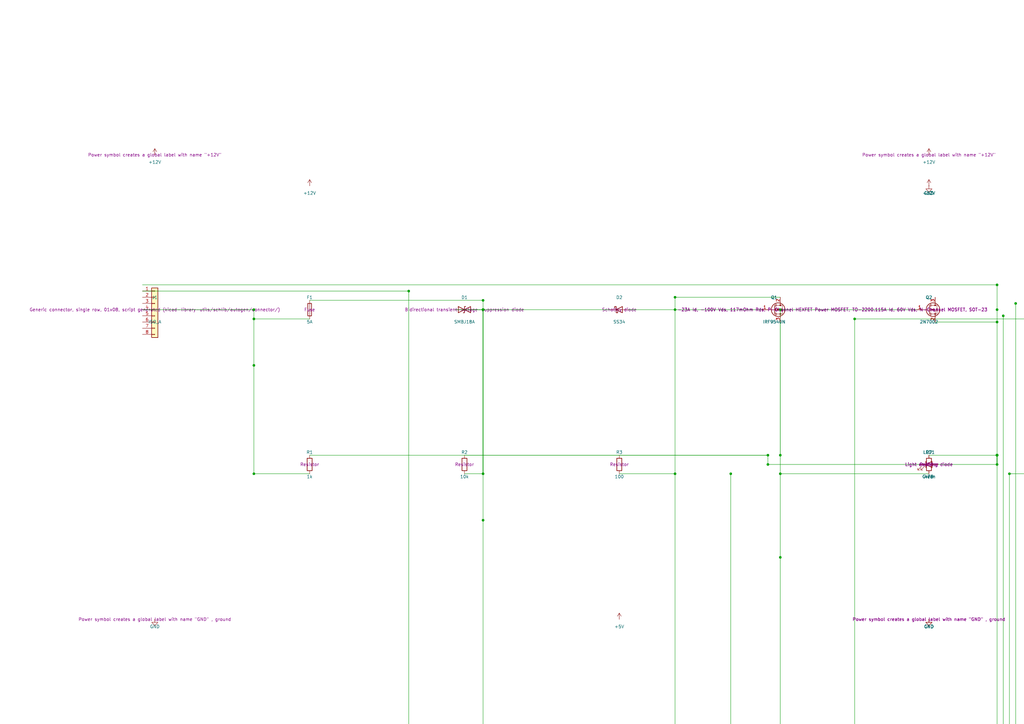
<source format=kicad_sch>
(kicad_sch (version 20250114) (generator "eeschema") (generator_version "9.0")
  (paper "A3")
  (title_block (title "WRX Power & CAN HAT") (date "2026-02-02T00:08:32.410828") (rev "1.0") (company "Auto-generated by Python"))
  (symbol (lib_id "Device:C") (at 635 190.5 0) (unit 1)
    (property "Reference" "C10" (at 635 185.5 0))
    (property "Value" "10uF" (at 635 195.5 0))
    (property "Description" "Unpolarized capacitor" (at 635 190.5 0))
  )
  (symbol (lib_id "Device:R") (at 254 381 0) (unit 1)
    (property "Reference" "R4" (at 254 376 0))
    (property "Value" "1.5k" (at 254 386 0))
    (property "Description" "Resistor" (at 254 381 0))
  )
  (symbol (lib_id "Device:R") (at 317.5 381 0) (unit 1)
    (property "Reference" "R5" (at 317.5 376 0))
    (property "Value" "1k" (at 317.5 386 0))
    (property "Description" "Resistor" (at 317.5 381 0))
  )
  (symbol (lib_id "Device:Crystal") (at 190.5 571.5 0) (unit 1)
    (property "Reference" "Y1" (at 190.5 566.5 0))
    (property "Value" "8MHz" (at 190.5 576.5 0))
    (property "Description" "Two pin crystal" (at 190.5 571.5 0))
  )
  (symbol (lib_id "Device:C") (at 698.5 762 0) (unit 1)
    (property "Reference" "C14" (at 698.5 757 0))
    (property "Value" "2.2uF" (at 698.5 767 0))
    (property "Description" "Unpolarized capacitor" (at 698.5 762 0))
  )
  (symbol (lib_id "Connector_Generic:Conn_01x16") (at 444.5 508 0) (unit 1)
    (property "Reference" "J3" (at 444.5 503 0))
    (property "Value" "OBD-II" (at 444.5 513 0))
    (property "Description" "Generic connector, single row, 01x16, script generated (kicad-library-utils/schlib/autogen/connector/)" (at 444.5 508 0))
  )
  (symbol (lib_id "Connector_Generic:Conn_01x02") (at 635 571.5 0) (unit 1)
    (property "Reference" "J6" (at 635 566.5 0))
    (property "Value" "FAN" (at 635 576.5 0))
    (property "Description" "Generic connector, single row, 01x02, script generated (kicad-library-utils/schlib/autogen/connector/)" (at 635 571.5 0))
  )
  (symbol (lib_id "Device:CP") (at 190.5 381 0) (unit 1)
    (property "Reference" "C?" (at 190.5 376 0))
    (property "Value" "220uF" (at 190.5 386 0))
  )
  (symbol (lib_id "Device:R") (at 635 381 0) (unit 1)
    (property "Reference" "R16" (at 635 376 0))
    (property "Value" "470" (at 635 386 0))
    (property "Description" "Resistor" (at 635 381 0))
  )
  (symbol (lib_id "Device:R") (at 381 508 0) (unit 1)
    (property "Reference" "R8" (at 381 503 0))
    (property "Value" "120" (at 381 513 0))
    (property "Description" "Resistor" (at 381 508 0))
  )
  (symbol (lib_id "Device:D") (at 635 508 0) (unit 1)
    (property "Reference" "D4" (at 635 503 0))
    (property "Value" "1N4148" (at 635 513 0))
    (property "Description" "Diode" (at 635 508 0))
    (property "Sim.Device" "D" (effects (hide yes)))
    (property "Sim.Pins" "1=K 2=A" (effects (hide yes)))
  )
  (symbol (lib_id "Device:C") (at 635 698.5 0) (unit 1)
    (property "Reference" "C11" (at 635 693.5 0))
    (property "Value" "1uF" (at 635 703.5 0))
    (property "Description" "Unpolarized capacitor" (at 635 698.5 0))
  )
  (symbol (lib_id "Connector:Screw_Terminal_01x02") (at 444.5 571.5 0) (unit 1)
    (property "Reference" "J4" (at 444.5 566.5 0))
    (property "Value" "CAN_Term" (at 444.5 576.5 0))
    (property "Description" "Generic screw terminal, single row, 01x02, script generated (kicad-library-utils/schlib/autogen/connector/)" (at 444.5 571.5 0))
  )
  (symbol (lib_id "Device:D_Schottky") (at 254 127 0) (unit 1)
    (property "Reference" "D2" (at 254 122 0))
    (property "Value" "SS34" (at 254 132 0))
    (property "Description" "Schottky diode" (at 254 127 0))
  )
  (symbol (lib_id "Device:C") (at 571.5 190.5 0) (unit 1)
    (property "Reference" "C8" (at 571.5 185.5 0))
    (property "Value" "100nF" (at 571.5 195.5 0))
    (property "Description" "Unpolarized capacitor" (at 571.5 190.5 0))
  )
  (symbol (lib_id "Device:C") (at 381 571.5 0) (unit 1)
    (property "Reference" "C6" (at 381 566.5 0))
    (property "Value" "22pF" (at 381 576.5 0))
    (property "Description" "Unpolarized capacitor" (at 381 571.5 0))
  )
  (symbol (lib_id "Device:C") (at 635 762 0) (unit 1)
    (property "Reference" "C12" (at 635 757 0))
    (property "Value" "2.2uF" (at 635 767 0))
    (property "Description" "Unpolarized capacitor" (at 635 762 0))
  )
  (symbol (lib_id "Device:CP") (at 317.5 190.5 0) (unit 1)
    (property "Reference" "C?" (at 317.5 185.5 0))
    (property "Value" "100uF" (at 317.5 195.5 0))
  )
  (symbol (lib_id "Device:L") (at 190.5 317.5 0) (unit 1)
    (property "Reference" "L1" (at 190.5 312.5 0))
    (property "Value" "33uH" (at 190.5 322.5 0))
    (property "Description" "Inductor" (at 190.5 317.5 0))
  )
  (symbol (lib_id "Connector_Generic:Conn_01x08") (at 63.5 127 0) (unit 1)
    (property "Reference" "J1" (at 63.5 122 0))
    (property "Value" "ISO_A" (at 63.5 132 0))
    (property "Description" "Generic connector, single row, 01x08, script generated (kicad-library-utils/schlib/autogen/connector/)" (at 63.5 127 0))
  )
  (symbol (lib_id "Regulator_Linear:AMS1117-3.3") (at 127 698.5 0) (unit 1)
    (property "Reference" "U2" (at 127 693.5 0))
    (property "Value" "AMS1117-3.3" (at 127 703.5 0))
    (property "Footprint" "Package_TO_SOT_SMD:SOT-223-3_TabPin2" (effects (hide yes)))
    (property "Datasheet" "http://www.advanced-monolithic.com/pdf/ds1117.pdf" (effects (hide yes)))
    (property "Description" "1A Low Dropout regulator, positive, 3.3V fixed output, SOT-223" (at 127 698.5 0))
  )
  (symbol (lib_id "power:+12V") (at 63.5 63.5 0) (unit 1)
    (property "Reference" "#PWR01" (effects (hide yes)))
    (property "Value" "+12V" (at 63.5 66.5 0))
    (property "Description" "Power symbol creates a global label with name \"+12V\"" (at 63.5 63.5 0))
  )
  (symbol (lib_id "power:GND") (at 698.5 254 0) (unit 1)
    (property "Reference" "#PWR07" (effects (hide yes)))
    (property "Value" "GND" (at 698.5 257 0))
    (property "Description" "Power symbol creates a global label with name \"GND\" , ground" (at 698.5 254 0))
  )
  (symbol (lib_id "Connector_Generic:Conn_02x20_Odd_Even") (at 381 698.5 0) (unit 1)
    (property "Reference" "J2" (at 381 693.5 0))
    (property "Value" "Pi_GPIO" (at 381 703.5 0))
    (property "Description" "Generic connector, double row, 02x20, odd/even pin numbering scheme (row 1 odd numbers, row 2 even numbers), script generated (kicad-library-utils/schlib/autogen/connector/)" (at 381 698.5 0))
  )
  (symbol (lib_id "Device:C") (at 254 698.5 0) (unit 1)
    (property "Reference" "C4" (at 254 693.5 0))
    (property "Value" "10uF" (at 254 703.5 0))
    (property "Description" "Unpolarized capacitor" (at 254 698.5 0))
  )
  (symbol (lib_id "Device:R") (at 571.5 825.5 0) (unit 1)
    (property "Reference" "R15" (at 571.5 820.5 0))
    (property "Value" "1k" (at 571.5 830.5 0))
    (property "Description" "Resistor" (at 571.5 825.5 0))
  )
  (symbol (lib_id "MCU_Microchip_ATtiny:ATtiny85-20PU") (at 444.5 317.5 0) (unit 1)
    (property "Reference" "U?" (at 444.5 312.5 0))
    (property "Value" "ATtiny85" (at 444.5 322.5 0))
  )
  (symbol (lib_id "Device:C") (at 444.5 381 0) (unit 1)
    (property "Reference" "C7" (at 444.5 376 0))
    (property "Value" "100nF" (at 444.5 386 0))
    (property "Description" "Unpolarized capacitor" (at 444.5 381 0))
  )
  (symbol (lib_id "power:+3.3V") (at 63.5 635 0) (unit 1)
    (property "Reference" "#PWR03" (effects (hide yes)))
    (property "Value" "+3.3V" (at 63.5 638 0))
    (property "Description" "Power symbol creates a global label with name \"+3.3V\"" (at 63.5 635 0))
  )
  (symbol (lib_id "Device:R") (at 698.5 825.5 0) (unit 1)
    (property "Reference" "R18" (at 698.5 820.5 0))
    (property "Value" "1k" (at 698.5 830.5 0))
    (property "Description" "Resistor" (at 698.5 825.5 0))
  )
  (symbol (lib_id "Device:R") (at 571.5 571.5 0) (unit 1)
    (property "Reference" "R14" (at 571.5 566.5 0))
    (property "Value" "1k" (at 571.5 576.5 0))
    (property "Description" "Resistor" (at 571.5 571.5 0))
  )
  (symbol (lib_id "Connector_Generic:Conn_01x03") (at 698.5 571.5 0) (unit 1)
    (property "Reference" "JP2" (at 698.5 566.5 0))
    (property "Value" "5V/12V" (at 698.5 576.5 0))
    (property "Description" "Generic connector, single row, 01x03, script generated (kicad-library-utils/schlib/autogen/connector/)" (at 698.5 571.5 0))
  )
  (symbol (lib_id "Isolator:LTV-817S") (at 444.5 127 0) (unit 1)
    (property "Reference" "U4" (at 444.5 122 0))
    (property "Value" "LTV-817S" (at 444.5 132 0))
    (property "Footprint" "Package_DIP:SMDIP-4_W9.53mm" (effects (hide yes)))
    (property "Datasheet" "http://www.us.liteon.com/downloads/LTV-817-827-847.PDF" (effects (hide yes)))
    (property "Description" "DC Optocoupler, Vce 35V, CTR 50%, SMDIP-4" (at 444.5 127 0))
  )
  (symbol (lib_id "Device:R") (at 317.5 508 0) (unit 1)
    (property "Reference" "R6" (at 317.5 503 0))
    (property "Value" "10k" (at 317.5 513 0))
    (property "Description" "Resistor" (at 317.5 508 0))
  )
  (symbol (lib_id "Device:R") (at 508 190.5 0) (unit 1)
    (property "Reference" "R11" (at 508 185.5 0))
    (property "Value" "10k" (at 508 195.5 0))
    (property "Description" "Resistor" (at 508 190.5 0))
  )
  (symbol (lib_id "Connector_Generic:Conn_01x02") (at 508 571.5 0) (unit 1)
    (property "Reference" "JP1" (at 508 566.5 0))
    (property "Value" "Jumper" (at 508 576.5 0))
    (property "Description" "Generic connector, single row, 01x02, script generated (kicad-library-utils/schlib/autogen/connector/)" (at 508 571.5 0))
  )
  (symbol (lib_id "Device:R") (at 571.5 381 0) (unit 1)
    (property "Reference" "R13" (at 571.5 376 0))
    (property "Value" "470" (at 571.5 386 0))
    (property "Description" "Resistor" (at 571.5 381 0))
  )
  (symbol (lib_id "Device:C") (at 190.5 698.5 0) (unit 1)
    (property "Reference" "C2" (at 190.5 693.5 0))
    (property "Value" "10uF" (at 190.5 703.5 0))
    (property "Description" "Unpolarized capacitor" (at 190.5 698.5 0))
  )
  (symbol (lib_id "Device:R") (at 635 825.5 0) (unit 1)
    (property "Reference" "R17" (at 635 820.5 0))
    (property "Value" "1k" (at 635 830.5 0))
    (property "Description" "Resistor" (at 635 825.5 0))
  )
  (symbol (lib_id "Device:R") (at 444.5 127 0) (unit 1)
    (property "Reference" "R9" (at 444.5 122 0))
    (property "Value" "10k" (at 444.5 132 0))
    (property "Description" "Resistor" (at 444.5 127 0))
  )
  (symbol (lib_id "Device:D_Schottky") (at 254 317.5 0) (unit 1)
    (property "Reference" "D3" (at 254 312.5 0))
    (property "Value" "SS54" (at 254 322.5 0))
    (property "Description" "Schottky diode" (at 254 317.5 0))
  )
  (symbol (lib_id "Regulator_Switching:LM2596S-5") (at 127 317.5 0) (unit 1)
    (property "Reference" "U1" (at 127 312.5 0))
    (property "Value" "LM2596S-5.0" (at 127 322.5 0))
    (property "Footprint" "Package_TO_SOT_SMD:TO-263-5_TabPin3" (effects (hide yes)))
    (property "Datasheet" "http://www.ti.com/lit/ds/symlink/lm2596.pdf" (effects (hide yes)))
    (property "Description" "5V 3A Step-Down Voltage Regulator, TO-263" (at 127 317.5 0))
  )
  (symbol (lib_id "Device:R") (at 508 381 0) (unit 1)
    (property "Reference" "R12" (at 508 376 0))
    (property "Value" "10k" (at 508 386 0))
    (property "Description" "Resistor" (at 508 381 0))
  )
  (symbol (lib_id "Connector_Generic:Conn_01x06") (at 825.5 762 0) (unit 1)
    (property "Reference" "J7" (at 825.5 757 0))
    (property "Value" "Audio" (at 825.5 767 0))
    (property "Description" "Generic connector, single row, 01x06, script generated (kicad-library-utils/schlib/autogen/connector/)" (at 825.5 762 0))
  )
  (symbol (lib_id "Device:C") (at 571.5 762 0) (unit 1)
    (property "Reference" "C9" (at 571.5 757 0))
    (property "Value" "2.2uF" (at 571.5 767 0))
    (property "Description" "Unpolarized capacitor" (at 571.5 762 0))
  )
  (symbol (lib_id "Connector_Generic:Conn_01x16") (at 571.5 698.5 0) (unit 1)
    (property "Reference" "U5" (at 571.5 693.5 0))
    (property "Value" "PCM5142" (at 571.5 703.5 0))
    (property "Description" "Generic connector, single row, 01x16, script generated (kicad-library-utils/schlib/autogen/connector/)" (at 571.5 698.5 0))
  )
  (symbol (lib_id "Transistor_FET:2N7002") (at 381 127 0) (unit 1)
    (property "Reference" "Q2" (at 381 122 0))
    (property "Value" "2N7002" (at 381 132 0))
    (property "Footprint" "Package_TO_SOT_SMD:SOT-23" (effects (hide yes)))
    (property "Datasheet" "https://www.onsemi.com/pub/Collateral/NDS7002A-D.PDF" (effects (hide yes)))
    (property "Description" "0.115A Id, 60V Vds, N-Channel MOSFET, SOT-23" (at 381 127 0))
  )
  (symbol (lib_id "power:GND") (at 63.5 254 0) (unit 1)
    (property "Reference" "#PWR02" (effects (hide yes)))
    (property "Value" "GND" (at 63.5 257 0))
    (property "Description" "Power symbol creates a global label with name \"GND\" , ground" (at 63.5 254 0))
  )
  (symbol (lib_id "Device:LED") (at 571.5 317.5 0) (unit 1)
    (property "Reference" "LED3" (at 571.5 312.5 0))
    (property "Value" "Yellow" (at 571.5 322.5 0))
    (property "Description" "Light emitting diode" (at 571.5 317.5 0))
    (property "Sim.Pins" "1=K 2=A" (effects (hide yes)))
  )
  (symbol (lib_id "Device:C") (at 254 571.5 0) (unit 1)
    (property "Reference" "C3" (at 254 566.5 0))
    (property "Value" "100nF" (at 254 576.5 0))
    (property "Description" "Unpolarized capacitor" (at 254 571.5 0))
  )
  (symbol (lib_id "Device:R") (at 444.5 190.5 0) (unit 1)
    (property "Reference" "R10" (at 444.5 185.5 0))
    (property "Value" "1k" (at 444.5 195.5 0))
    (property "Description" "Resistor" (at 444.5 190.5 0))
  )
  (symbol (lib_id "Device:R") (at 190.5 190.5 0) (unit 1)
    (property "Reference" "R2" (at 190.5 185.5 0))
    (property "Value" "10k" (at 190.5 195.5 0))
    (property "Description" "Resistor" (at 190.5 190.5 0))
  )
  (symbol (lib_id "Device:LED") (at 508 317.5 0) (unit 1)
    (property "Reference" "LED2" (at 508 312.5 0))
    (property "Value" "Red" (at 508 322.5 0))
    (property "Description" "Light emitting diode" (at 508 317.5 0))
    (property "Sim.Pins" "1=K 2=A" (effects (hide yes)))
  )
  (symbol (lib_id "Transistor_FET:2N7002") (at 571.5 508 0) (unit 1)
    (property "Reference" "Q3" (at 571.5 503 0))
    (property "Value" "2N7002" (at 571.5 513 0))
    (property "Footprint" "Package_TO_SOT_SMD:SOT-23" (effects (hide yes)))
    (property "Datasheet" "https://www.onsemi.com/pub/Collateral/NDS7002A-D.PDF" (effects (hide yes)))
    (property "Description" "0.115A Id, 60V Vds, N-Channel MOSFET, SOT-23" (at 571.5 508 0))
  )
  (symbol (lib_id "Device:LED") (at 381 190.5 0) (unit 1)
    (property "Reference" "LED1" (at 381 185.5 0))
    (property "Value" "Green" (at 381 195.5 0))
    (property "Description" "Light emitting diode" (at 381 190.5 0))
    (property "Sim.Pins" "1=K 2=A" (effects (hide yes)))
  )
  (symbol (lib_id "Interface_CAN_LIN:SN65HVD230") (at 254 508 0) (unit 1)
    (property "Reference" "U3" (at 254 503 0))
    (property "Value" "SN65HVD230" (at 254 513 0))
    (property "Footprint" "Package_SO:SOIC-8_3.9x4.9mm_P1.27mm" (effects (hide yes)))
    (property "Datasheet" "http://www.ti.com/lit/ds/symlink/sn65hvd230.pdf" (effects (hide yes)))
    (property "Description" "CAN Bus Transceivers, 3.3V, 1Mbps, Low-Power capabilities, SOIC-8" (at 254 508 0))
  )
  (symbol (lib_id "Device:R") (at 254 190.5 0) (unit 1)
    (property "Reference" "R3" (at 254 185.5 0))
    (property "Value" "100" (at 254 195.5 0))
    (property "Description" "Resistor" (at 254 190.5 0))
  )
  (symbol (lib_id "Device:C") (at 698.5 698.5 0) (unit 1)
    (property "Reference" "C13" (at 698.5 693.5 0))
    (property "Value" "1uF" (at 698.5 703.5 0))
    (property "Description" "Unpolarized capacitor" (at 698.5 698.5 0))
  )
  (symbol (lib_id "power:+5V") (at 381 444.5 0) (unit 1)
    (property "Reference" "#PWR06" (effects (hide yes)))
    (property "Value" "+5V" (at 381 447.5 0))
    (property "Description" "Power symbol creates a global label with name \"+5V\"" (at 381 444.5 0))
  )
  (symbol (lib_id "Device:C") (at 762 762 0) (unit 1)
    (property "Reference" "C15" (at 762 757 0))
    (property "Value" "2.2uF" (at 762 767 0))
    (property "Description" "Unpolarized capacitor" (at 762 762 0))
  )
  (symbol (lib_id "Device:R") (at 381 190.5 0) (unit 1)
    (property "Reference" "R7" (at 381 185.5 0))
    (property "Value" "470" (at 381 195.5 0))
    (property "Description" "Resistor" (at 381 190.5 0))
  )
  (symbol (lib_id "Connector_Generic:Conn_02x03_Odd_Even") (at 635 317.5 0) (unit 1)
    (property "Reference" "J5" (at 635 312.5 0))
    (property "Value" "ISP" (at 635 322.5 0))
    (property "Description" "Generic connector, double row, 02x03, odd/even pin numbering scheme (row 1 odd numbers, row 2 even numbers), script generated (kicad-library-utils/schlib/autogen/connector/)" (at 635 317.5 0))
  )
  (symbol (lib_id "Interface_CAN_LIN:MCP2515-I_SO") (at 127 508 0) (unit 1)
    (property "Reference" "U?" (at 127 503 0))
    (property "Value" "MCP2515" (at 127 513 0))
  )
  (symbol (lib_id "Device:C") (at 127 571.5 0) (unit 1)
    (property "Reference" "C1" (at 127 566.5 0))
    (property "Value" "100nF" (at 127 576.5 0))
    (property "Description" "Unpolarized capacitor" (at 127 571.5 0))
  )
  (symbol (lib_id "Device:R") (at 762 825.5 0) (unit 1)
    (property "Reference" "R19" (at 762 820.5 0))
    (property "Value" "1k" (at 762 830.5 0))
    (property "Description" "Resistor" (at 762 825.5 0))
  )
  (symbol (lib_id "Device:R") (at 127 190.5 0) (unit 1)
    (property "Reference" "R1" (at 127 185.5 0))
    (property "Value" "1k" (at 127 195.5 0))
    (property "Description" "Resistor" (at 127 190.5 0))
  )
  (symbol (lib_id "Device:D_TVS") (at 190.5 127 0) (unit 1)
    (property "Reference" "D1" (at 190.5 122 0))
    (property "Value" "SMBJ18A" (at 190.5 132 0))
    (property "Description" "Bidirectional transient-voltage-suppression diode" (at 190.5 127 0))
  )
  (symbol (lib_id "Device:Fuse") (at 127 127 0) (unit 1)
    (property "Reference" "F1" (at 127 122 0))
    (property "Value" "5A" (at 127 132 0))
    (property "Description" "Fuse" (at 127 127 0))
  )
  (symbol (lib_id "Device:C") (at 317.5 571.5 0) (unit 1)
    (property "Reference" "C5" (at 317.5 566.5 0))
    (property "Value" "22pF" (at 317.5 576.5 0))
    (property "Description" "Unpolarized capacitor" (at 317.5 571.5 0))
  )
  (symbol (lib_id "Transistor_FET:IRF9540N") (at 317.5 127 0) (unit 1)
    (property "Reference" "Q1" (at 317.5 122 0))
    (property "Value" "IRF9540N" (at 317.5 132 0))
    (property "Footprint" "Package_TO_SOT_THT:TO-220-3_Vertical" (effects (hide yes)))
    (property "Datasheet" "http://www.irf.com/product-info/datasheets/data/irf9540n.pdf" (effects (hide yes)))
    (property "Description" "-23A Id, -100V Vds, 117mOhm Rds, P-Channel HEXFET Power MOSFET, TO-220" (at 317.5 127 0))
  )
  (symbol (lib_id "power:+12V") (at 381 63.5 0) (unit 1)
    (property "Reference" "#PWR04" (effects (hide yes)))
    (property "Value" "+12V" (at 381 66.5 0))
    (property "Description" "Power symbol creates a global label with name \"+12V\"" (at 381 63.5 0))
  )
  (symbol (lib_id "power:GND") (at 381 254 0) (unit 1)
    (property "Reference" "#PWR05" (effects (hide yes)))
    (property "Value" "GND" (at 381 257 0))
    (property "Description" "Power symbol creates a global label with name \"GND\" , ground" (at 381 254 0))
  )
  (symbol (lib_id "Device:CP") (at 127 381 0) (unit 1)
    (property "Reference" "C?" (at 127 376 0))
    (property "Value" "100uF" (at 127 386 0))
  )
  (wire (pts (xy 58.42 127.0) (xy 104.14 127.0)))
  (wire (pts (xy 104.14 127.0) (xy 104.14 149.86)))
  (wire (pts (xy 127.0 130.81) (xy 104.14 130.81)))
  (wire (pts (xy 104.14 130.81) (xy 104.14 149.86)))
  (wire (pts (xy 127.0 194.31) (xy 104.14 194.31)))
  (wire (pts (xy 104.14 194.31) (xy 104.14 149.86)))
  (wire (pts (xy 58.42 119.38) (xy 167.64000000000001 119.38)))
  (wire (pts (xy 167.64000000000001 119.38) (xy 167.64000000000001 441.96)))
  (wire (pts (xy 127.0 690.88) (xy 167.64000000000001 690.88)))
  (wire (pts (xy 167.64000000000001 690.88) (xy 167.64000000000001 441.96)))
  (wire (pts (xy 317.5 511.81) (xy 167.64000000000001 511.81)))
  (wire (pts (xy 167.64000000000001 511.81) (xy 167.64000000000001 441.96)))
  (wire (pts (xy 58.42 116.84) (xy 408.94 116.84)))
  (wire (pts (xy 408.94 116.84) (xy 408.94 492.76)))
  (wire (pts (xy 194.31 127.0) (xy 408.94 127.0)))
  (wire (pts (xy 408.94 127.0) (xy 408.94 492.76)))
  (wire (pts (xy 127.0 186.69) (xy 408.94 186.69)))
  (wire (pts (xy 408.94 186.69) (xy 408.94 492.76)))
  (wire (pts (xy 127.0 567.69) (xy 408.94 567.69)))
  (wire (pts (xy 408.94 567.69) (xy 408.94 492.76)))
  (wire (pts (xy 384.81 190.5) (xy 408.94 190.5)))
  (wire (pts (xy 408.94 190.5) (xy 408.94 492.76)))
  (wire (pts (xy 127.0 309.88) (xy 408.94 309.88)))
  (wire (pts (xy 408.94 309.88) (xy 408.94 492.76)))
  (wire (pts (xy 250.19 317.5) (xy 408.94 317.5)))
  (wire (pts (xy 408.94 317.5) (xy 408.94 492.76)))
  (wire (pts (xy 190.5 694.69) (xy 408.94 694.69)))
  (wire (pts (xy 408.94 694.69) (xy 408.94 492.76)))
  (wire (pts (xy 254.0 567.69) (xy 408.94 567.69)))
  (wire (pts (xy 408.94 567.69) (xy 408.94 492.76)))
  (wire (pts (xy 317.5 377.19) (xy 408.94 377.19)))
  (wire (pts (xy 408.94 377.19) (xy 408.94 492.76)))
  (wire (pts (xy 134.62 698.5) (xy 408.94 698.5)))
  (wire (pts (xy 408.94 698.5) (xy 408.94 492.76)))
  (wire (pts (xy 119.38 698.5) (xy 408.94 698.5)))
  (wire (pts (xy 408.94 698.5) (xy 408.94 492.76)))
  (wire (pts (xy 254.0 694.69) (xy 408.94 694.69)))
  (wire (pts (xy 408.94 694.69) (xy 408.94 492.76)))
  (wire (pts (xy 317.5 567.69) (xy 408.94 567.69)))
  (wire (pts (xy 408.94 567.69) (xy 408.94 492.76)))
  (wire (pts (xy 243.84 508.0) (xy 408.94 508.0)))
  (wire (pts (xy 408.94 508.0) (xy 408.94 492.76)))
  (wire (pts (xy 381.0 567.69) (xy 408.94 567.69)))
  (wire (pts (xy 408.94 567.69) (xy 408.94 492.76)))
  (wire (pts (xy 511.81 317.5) (xy 408.94 317.5)))
  (wire (pts (xy 408.94 317.5) (xy 408.94 492.76)))
  (wire (pts (xy 575.31 317.5) (xy 408.94 317.5)))
  (wire (pts (xy 408.94 317.5) (xy 408.94 492.76)))
  (wire (pts (xy 439.42 513.08) (xy 408.94 513.08)))
  (wire (pts (xy 408.94 513.08) (xy 408.94 492.76)))
  (wire (pts (xy 383.54 132.08) (xy 408.94 132.08)))
  (wire (pts (xy 408.94 132.08) (xy 408.94 492.76)))
  (wire (pts (xy 508.0 186.69) (xy 408.94 186.69)))
  (wire (pts (xy 408.94 186.69) (xy 408.94 492.76)))
  (wire (pts (xy 566.42 713.74) (xy 408.94 713.74)))
  (wire (pts (xy 408.94 713.74) (xy 408.94 492.76)))
  (wire (pts (xy 444.5 377.19) (xy 408.94 377.19)))
  (wire (pts (xy 408.94 377.19) (xy 408.94 492.76)))
  (wire (pts (xy 571.5 186.69) (xy 408.94 186.69)))
  (wire (pts (xy 408.94 186.69) (xy 408.94 492.76)))
  (wire (pts (xy 571.5 758.19) (xy 408.94 758.19)))
  (wire (pts (xy 408.94 758.19) (xy 408.94 492.76)))
  (wire (pts (xy 635.0 186.69) (xy 408.94 186.69)))
  (wire (pts (xy 408.94 186.69) (xy 408.94 492.76)))
  (wire (pts (xy 574.04 513.08) (xy 408.94 513.08)))
  (wire (pts (xy 408.94 513.08) (xy 408.94 492.76)))
  (wire (pts (xy 635.0 694.69) (xy 408.94 694.69)))
  (wire (pts (xy 408.94 694.69) (xy 408.94 492.76)))
  (wire (pts (xy 635.0 758.19) (xy 408.94 758.19)))
  (wire (pts (xy 408.94 758.19) (xy 408.94 492.76)))
  (wire (pts (xy 388.62 716.28) (xy 408.94 716.28)))
  (wire (pts (xy 408.94 716.28) (xy 408.94 492.76)))
  (wire (pts (xy 375.92 711.2) (xy 408.94 711.2)))
  (wire (pts (xy 408.94 711.2) (xy 408.94 492.76)))
  (wire (pts (xy 698.5 694.69) (xy 408.94 694.69)))
  (wire (pts (xy 408.94 694.69) (xy 408.94 492.76)))
  (wire (pts (xy 698.5 758.19) (xy 408.94 758.19)))
  (wire (pts (xy 408.94 758.19) (xy 408.94 492.76)))
  (wire (pts (xy 820.42 756.92) (xy 408.94 756.92)))
  (wire (pts (xy 408.94 756.92) (xy 408.94 492.76)))
  (wire (pts (xy 820.42 754.38) (xy 408.94 754.38)))
  (wire (pts (xy 408.94 754.38) (xy 408.94 492.76)))
  (wire (pts (xy 127.0 123.19) (xy 198.12 123.19)))
  (wire (pts (xy 198.12 123.19) (xy 198.12 213.36)))
  (wire (pts (xy 186.69 127.0) (xy 198.12 127.0)))
  (wire (pts (xy 198.12 127.0) (xy 198.12 213.36)))
  (wire (pts (xy 250.19 127.0) (xy 198.12 127.0)))
  (wire (pts (xy 198.12 127.0) (xy 198.12 213.36)))
  (wire (pts (xy 312.42 127.0) (xy 198.12 127.0)))
  (wire (pts (xy 198.12 127.0) (xy 198.12 213.36)))
  (wire (pts (xy 190.5 194.31) (xy 198.12 194.31)))
  (wire (pts (xy 198.12 194.31) (xy 198.12 213.36)))
  (wire (pts (xy 127.0 575.31) (xy 198.12 575.31)))
  (wire (pts (xy 198.12 575.31) (xy 198.12 213.36)))
  (wire (pts (xy 257.81 127.0) (xy 276.86 127.0)))
  (wire (pts (xy 276.86 127.0) (xy 276.86 335.28000000000003)))
  (wire (pts (xy 320.04 121.92) (xy 276.86 121.92)))
  (wire (pts (xy 276.86 121.92) (xy 276.86 335.28000000000003)))
  (wire (pts (xy 254.0 194.31) (xy 276.86 194.31)))
  (wire (pts (xy 276.86 194.31) (xy 276.86 335.28000000000003)))
  (wire (pts (xy 114.3 320.04) (xy 276.86 320.04)))
  (wire (pts (xy 276.86 320.04) (xy 276.86 335.28000000000003)))
  (wire (pts (xy 114.3 314.96) (xy 276.86 314.96)))
  (wire (pts (xy 276.86 314.96) (xy 276.86 335.28000000000003)))
  (wire (pts (xy 190.5 702.31) (xy 276.86 702.31)))
  (wire (pts (xy 276.86 702.31) (xy 276.86 335.28000000000003)))
  (wire (pts (xy 693.42 568.96) (xy 276.86 568.96)))
  (wire (pts (xy 276.86 568.96) (xy 276.86 335.28000000000003)))
  (wire (pts (xy 320.04 132.08) (xy 320.04 228.6)))
  (wire (pts (xy 190.5 186.69) (xy 320.04 186.69)))
  (wire (pts (xy 320.04 186.69) (xy 320.04 228.6)))
  (wire (pts (xy 264.16 508.0) (xy 320.04 508.0)))
  (wire (pts (xy 320.04 508.0) (xy 320.04 228.6)))
  (wire (pts (xy 375.92 127.0) (xy 320.04 127.0)))
  (wire (pts (xy 320.04 127.0) (xy 320.04 228.6)))
  (wire (pts (xy 444.5 194.31) (xy 320.04 194.31)))
  (wire (pts (xy 320.04 194.31) (xy 320.04 228.6)))
  (wire (pts (xy 254.0 186.69) (xy 314.96 186.69)))
  (wire (pts (xy 314.96 186.69) (xy 314.96 187.96)))
  (wire (pts (xy 377.19 190.5) (xy 314.96 190.5)))
  (wire (pts (xy 314.96 190.5) (xy 314.96 187.96)))
  (wire (pts (xy 139.7 314.96) (xy 195.58 314.96)))
  (wire (pts (xy 195.58 314.96) (xy 195.58 317.5)))
  (wire (pts (xy 190.5 321.31) (xy 195.58 321.31)))
  (wire (pts (xy 195.58 321.31) (xy 195.58 317.5)))
  (wire (pts (xy 257.81 317.5) (xy 195.58 317.5)))
  (wire (pts (xy 139.7 320.04) (xy 236.22 320.04)))
  (wire (pts (xy 236.22 320.04) (xy 236.22 360.68)))
  (wire (pts (xy 254.0 377.19) (xy 236.22 377.19)))
  (wire (pts (xy 236.22 377.19) (xy 236.22 360.68)))
  (wire (pts (xy 317.5 384.81) (xy 236.22 384.81)))
  (wire (pts (xy 236.22 384.81) (xy 236.22 360.68)))
  (wire (pts (xy 190.5 313.69) (xy 401.32 313.69)))
  (wire (pts (xy 401.32 313.69) (xy 401.32 568.96)))
  (wire (pts (xy 254.0 575.31) (xy 401.32 575.31)))
  (wire (pts (xy 401.32 575.31) (xy 401.32 568.96)))
  (wire (pts (xy 254.0 384.81) (xy 401.32 384.81)))
  (wire (pts (xy 401.32 384.81) (xy 401.32 568.96)))
  (wire (pts (xy 693.42 574.04) (xy 401.32 574.04)))
  (wire (pts (xy 401.32 574.04) (xy 401.32 568.96)))
  (wire (pts (xy 635.0 702.31) (xy 401.32 702.31)))
  (wire (pts (xy 401.32 702.31) (xy 401.32 568.96)))
  (wire (pts (xy 388.62 721.36) (xy 401.32 721.36)))
  (wire (pts (xy 401.32 721.36) (xy 401.32 568.96)))
  (wire (pts (xy 388.62 718.82) (xy 401.32 718.82)))
  (wire (pts (xy 401.32 718.82) (xy 401.32 568.96)))
  (wire (pts (xy 381.0 194.31) (xy 299.72 194.31)))
  (wire (pts (xy 299.72 194.31) (xy 299.72 495.3)))
  (wire (pts (xy 254.0 702.31) (xy 299.72 702.31)))
  (wire (pts (xy 299.72 702.31) (xy 299.72 495.3)))
  (wire (pts (xy 317.5 575.31) (xy 299.72 575.31)))
  (wire (pts (xy 299.72 575.31) (xy 299.72 495.3)))
  (wire (pts (xy 243.84 505.46) (xy 299.72 505.46)))
  (wire (pts (xy 299.72 505.46) (xy 299.72 495.3)))
  (wire (pts (xy 381.0 186.69) (xy 487.68 186.69)))
  (wire (pts (xy 487.68 186.69) (xy 487.68 530.86)))
  (wire (pts (xy 243.84 502.92) (xy 487.68 502.92)))
  (wire (pts (xy 487.68 502.92) (xy 487.68 530.86)))
  (wire (pts (xy 381.0 575.31) (xy 487.68 575.31)))
  (wire (pts (xy 487.68 575.31) (xy 487.68 530.86)))
  (wire (pts (xy 381.0 504.19) (xy 487.68 504.19)))
  (wire (pts (xy 487.68 504.19) (xy 487.68 530.86)))
  (wire (pts (xy 439.42 523.24) (xy 487.68 523.24)))
  (wire (pts (xy 487.68 523.24) (xy 487.68 530.86)))
  (wire (pts (xy 566.42 711.2) (xy 487.68 711.2)))
  (wire (pts (xy 487.68 711.2) (xy 487.68 530.86)))
  (wire (pts (xy 444.5 384.81) (xy 487.68 384.81)))
  (wire (pts (xy 487.68 384.81) (xy 487.68 530.86)))
  (wire (pts (xy 571.5 194.31) (xy 487.68 194.31)))
  (wire (pts (xy 487.68 194.31) (xy 487.68 530.86)))
  (wire (pts (xy 508.0 377.19) (xy 487.68 377.19)))
  (wire (pts (xy 487.68 377.19) (xy 487.68 530.86)))
  (wire (pts (xy 635.0 765.81) (xy 487.68 765.81)))
  (wire (pts (xy 487.68 765.81) (xy 487.68 530.86)))
  (wire (pts (xy 375.92 721.36) (xy 487.68 721.36)))
  (wire (pts (xy 487.68 721.36) (xy 487.68 530.86)))
  (wire (pts (xy 698.5 702.31) (xy 487.68 702.31)))
  (wire (pts (xy 487.68 702.31) (xy 487.68 530.86)))
  (wire (pts (xy 698.5 765.81) (xy 487.68 765.81)))
  (wire (pts (xy 487.68 765.81) (xy 487.68 530.86)))
  (wire (pts (xy 243.84 510.54) (xy 355.6 510.54)))
  (wire (pts (xy 355.6 510.54) (xy 355.6 513.08)))
  (wire (pts (xy 381.0 511.81) (xy 355.6 511.81)))
  (wire (pts (xy 355.6 511.81) (xy 355.6 513.08)))
  (wire (pts (xy 439.42 515.62) (xy 355.6 515.62)))
  (wire (pts (xy 355.6 515.62) (xy 355.6 513.08)))
  (wire (pts (xy 254.0 497.84) (xy 350.52 497.84)))
  (wire (pts (xy 350.52 497.84) (xy 350.52 314.96)))
  (wire (pts (xy 444.5 130.81) (xy 350.52 130.81)))
  (wire (pts (xy 350.52 130.81) (xy 350.52 314.96)))
  (wire (pts (xy 254.0 515.62) (xy 411.48 515.62)))
  (wire (pts (xy 411.48 515.62) (xy 411.48 546.1)))
  (wire (pts (xy 571.5 575.31) (xy 411.48 575.31)))
  (wire (pts (xy 411.48 575.31) (xy 411.48 546.1)))
  (wire (pts (xy 264.16 505.46) (xy 325.12 505.46)))
  (wire (pts (xy 325.12 505.46) (xy 325.12 607.0600000000001)))
  (wire (pts (xy 388.62 708.66) (xy 325.12 708.66)))
  (wire (pts (xy 325.12 708.66) (xy 325.12 607.0600000000001)))
  (wire (pts (xy 444.5 123.19) (xy 474.98 123.19)))
  (wire (pts (xy 474.98 123.19) (xy 474.98 220.98)))
  (wire (pts (xy 504.19 317.5) (xy 474.98 317.5)))
  (wire (pts (xy 474.98 317.5) (xy 474.98 220.98)))
  (wire (pts (xy 571.5 567.69) (xy 568.96 567.69)))
  (wire (pts (xy 568.96 567.69) (xy 568.96 441.96)))
  (wire (pts (xy 567.69 317.5) (xy 568.96 317.5)))
  (wire (pts (xy 568.96 317.5) (xy 568.96 441.96)))
  (wire (pts (xy 439.42 525.78) (xy 421.64 525.78)))
  (wire (pts (xy 421.64 525.78) (xy 421.64 449.58)))
  (wire (pts (xy 452.12 124.46) (xy 421.64 124.46)))
  (wire (pts (xy 421.64 124.46) (xy 421.64 449.58)))
  (wire (pts (xy 375.92 695.96) (xy 421.64 695.96)))
  (wire (pts (xy 421.64 695.96) (xy 421.64 449.58)))
  (wire (pts (xy 439.42 520.7) (xy 416.56 520.7)))
  (wire (pts (xy 416.56 520.7) (xy 416.56 447.04)))
  (wire (pts (xy 436.88 124.46) (xy 416.56 124.46)))
  (wire (pts (xy 416.56 124.46) (xy 416.56 447.04)))
  (wire (pts (xy 375.92 693.42) (xy 416.56 693.42)))
  (wire (pts (xy 416.56 693.42) (xy 416.56 447.04)))
  (wire (pts (xy 439.42 518.16) (xy 421.64 518.16)))
  (wire (pts (xy 421.64 518.16) (xy 421.64 449.58)))
  (wire (pts (xy 452.12 129.54) (xy 421.64 129.54)))
  (wire (pts (xy 421.64 129.54) (xy 421.64 449.58)))
  (wire (pts (xy 375.92 698.5) (xy 421.64 698.5)))
  (wire (pts (xy 421.64 698.5) (xy 421.64 449.58)))
  (wire (pts (xy 444.5 186.69) (xy 477.52 186.69)))
  (wire (pts (xy 477.52 186.69) (xy 477.52 190.5)))
  (wire (pts (xy 508.0 194.31) (xy 477.52 194.31)))
  (wire (pts (xy 477.52 194.31) (xy 477.52 190.5)))
  (wire (pts (xy 436.88 129.54) (xy 411.48 129.54)))
  (wire (pts (xy 411.48 129.54) (xy 411.48 411.48)))
  (wire (pts (xy 388.62 693.42) (xy 411.48 693.42)))
  (wire (pts (xy 411.48 693.42) (xy 411.48 411.48)))
  (wire (pts (xy 566.42 706.12) (xy 571.5 706.12)))
  (wire (pts (xy 571.5 706.12) (xy 571.5 492.76)))
  (wire (pts (xy 571.5 377.19) (xy 571.5 492.76)))
  (wire (pts (xy 642.62 320.04) (xy 571.5 320.04)))
  (wire (pts (xy 571.5 320.04) (xy 571.5 492.76)))
  (wire (pts (xy 502.92 568.96) (xy 571.5 568.96)))
  (wire (pts (xy 571.5 568.96) (xy 571.5 492.76)))
  (wire (pts (xy 566.42 703.58) (xy 566.42 495.3)))
  (wire (pts (xy 571.5 384.81) (xy 566.42 384.81)))
  (wire (pts (xy 566.42 384.81) (xy 566.42 495.3)))
  (wire (pts (xy 629.92 320.04) (xy 566.42 320.04)))
  (wire (pts (xy 566.42 320.04) (xy 566.42 495.3)))
  (wire (pts (xy 502.92 571.5) (xy 566.42 571.5)))
  (wire (pts (xy 566.42 571.5) (xy 566.42 495.3)))
  (wire (pts (xy 186.69 571.5) (xy 378.46 571.5)))
  (wire (pts (xy 378.46 571.5) (xy 378.46 668.02)))
  (wire (pts (xy 571.5 765.81) (xy 378.46 765.81)))
  (wire (pts (xy 378.46 765.81) (xy 378.46 668.02)))
  (wire (pts (xy 194.31 571.5) (xy 414.02 571.5)))
  (wire (pts (xy 414.02 571.5) (xy 414.02 383.54)))
  (wire (pts (xy 635.0 194.31) (xy 414.02 194.31)))
  (wire (pts (xy 414.02 194.31) (xy 414.02 383.54)))
  (wire (pts (xy 508.0 384.81) (xy 447.04 384.81)))
  (wire (pts (xy 447.04 384.81) (xy 447.04 541.02)))
  (wire (pts (xy 388.62 695.96) (xy 447.04 695.96)))
  (wire (pts (xy 447.04 695.96) (xy 447.04 541.02)))
  (wire (pts (xy 566.42 508.0) (xy 505.46 508.0)))
  (wire (pts (xy 505.46 508.0) (xy 505.46 670.5600000000001)))
  (wire (pts (xy 571.5 829.31) (xy 505.46 829.31)))
  (wire (pts (xy 505.46 829.31) (xy 505.46 670.5600000000001)))
  (wire (pts (xy 375.92 675.64) (xy 505.46 675.64)))
  (wire (pts (xy 505.46 675.64) (xy 505.46 670.5600000000001)))
  (wire (pts (xy 574.04 502.92) (xy 601.98 502.92)))
  (wire (pts (xy 601.98 502.92) (xy 601.98 535.94)))
  (wire (pts (xy 629.92 568.96) (xy 601.98 568.96)))
  (wire (pts (xy 601.98 568.96) (xy 601.98 535.94)))
  (wire (pts (xy 629.92 571.5) (xy 660.4 571.5)))
  (wire (pts (xy 693.42 571.5) (xy 660.4 571.5)))
  (wire (pts (xy 762.0 765.81) (xy 698.5 765.81)))
  (wire (pts (xy 698.5 765.81) (xy 698.5 574.04)))
  (wire (pts (xy 635.0 384.81) (xy 698.5 384.81)))
  (wire (pts (xy 698.5 384.81) (xy 698.5 574.04)))
  (wire (pts (xy 762.0 758.19) (xy 734.0600000000001 758.19)))
  (wire (pts (xy 734.0600000000001 758.19) (xy 734.0600000000001 698.5)))
  (wire (pts (xy 635.0 377.19) (xy 734.0600000000001 377.19)))
  (wire (pts (xy 734.0600000000001 377.19) (xy 734.0600000000001 698.5)))
  (wire (pts (xy 635.0 821.69) (xy 734.0600000000001 821.69)))
  (wire (pts (xy 734.0600000000001 821.69) (xy 734.0600000000001 698.5)))
  (wire (pts (xy 820.42 767.08) (xy 734.0600000000001 767.08)))
  (wire (pts (xy 734.0600000000001 767.08) (xy 734.0600000000001 698.5)))
  (wire (pts (xy 820.42 764.54) (xy 734.0600000000001 764.54)))
  (wire (pts (xy 734.0600000000001 764.54) (xy 734.0600000000001 698.5)))
  (wire (pts (xy 698.5 821.69) (xy 774.7 821.69)))
  (wire (pts (xy 774.7 821.69) (xy 774.7 792.48)))
  (wire (pts (xy 762.0 821.69) (xy 774.7 821.69)))
  (wire (pts (xy 774.7 821.69) (xy 774.7 792.48)))
  (wire (pts (xy 820.42 762.0) (xy 774.7 762.0)))
  (wire (pts (xy 774.7 762.0) (xy 774.7 792.48)))
  (wire (pts (xy 820.42 759.46) (xy 774.7 759.46)))
  (wire (pts (xy 774.7 759.46) (xy 774.7 792.48)))
  (junction (at 104.14 127.0))
  (junction (at 104.14 130.81))
  (junction (at 104.14 194.31))
  (junction (at 104.14 149.86))
  (junction (at 167.64000000000001 119.38))
  (junction (at 167.64000000000001 690.88))
  (junction (at 167.64000000000001 511.81))
  (junction (at 167.64000000000001 441.96))
  (junction (at 408.94 116.84))
  (junction (at 408.94 127.0))
  (junction (at 408.94 186.69))
  (junction (at 408.94 567.69))
  (junction (at 408.94 190.5))
  (junction (at 408.94 309.88))
  (junction (at 408.94 317.5))
  (junction (at 408.94 694.69))
  (junction (at 408.94 567.69))
  (junction (at 408.94 377.19))
  (junction (at 408.94 698.5))
  (junction (at 408.94 698.5))
  (junction (at 408.94 694.69))
  (junction (at 408.94 567.69))
  (junction (at 408.94 508.0))
  (junction (at 408.94 567.69))
  (junction (at 408.94 317.5))
  (junction (at 408.94 317.5))
  (junction (at 408.94 513.08))
  (junction (at 408.94 132.08))
  (junction (at 408.94 186.69))
  (junction (at 408.94 713.74))
  (junction (at 408.94 377.19))
  (junction (at 408.94 186.69))
  (junction (at 408.94 758.19))
  (junction (at 408.94 186.69))
  (junction (at 408.94 513.08))
  (junction (at 408.94 694.69))
  (junction (at 408.94 758.19))
  (junction (at 408.94 716.28))
  (junction (at 408.94 711.2))
  (junction (at 408.94 694.69))
  (junction (at 408.94 758.19))
  (junction (at 408.94 756.92))
  (junction (at 408.94 754.38))
  (junction (at 408.94 492.76))
  (junction (at 198.12 123.19))
  (junction (at 198.12 127.0))
  (junction (at 198.12 127.0))
  (junction (at 198.12 127.0))
  (junction (at 198.12 194.31))
  (junction (at 198.12 575.31))
  (junction (at 198.12 213.36))
  (junction (at 276.86 127.0))
  (junction (at 276.86 121.92))
  (junction (at 276.86 194.31))
  (junction (at 276.86 320.04))
  (junction (at 276.86 314.96))
  (junction (at 276.86 702.31))
  (junction (at 276.86 568.96))
  (junction (at 276.86 335.28000000000003))
  (junction (at 320.04 186.69))
  (junction (at 320.04 508.0))
  (junction (at 320.04 127.0))
  (junction (at 320.04 194.31))
  (junction (at 320.04 228.6))
  (junction (at 314.96 186.69))
  (junction (at 314.96 190.5))
  (junction (at 195.58 314.96))
  (junction (at 195.58 321.31))
  (junction (at 195.58 317.5))
  (junction (at 236.22 320.04))
  (junction (at 236.22 377.19))
  (junction (at 236.22 384.81))
  (junction (at 236.22 360.68))
  (junction (at 401.32 313.69))
  (junction (at 401.32 575.31))
  (junction (at 401.32 384.81))
  (junction (at 401.32 574.04))
  (junction (at 401.32 702.31))
  (junction (at 401.32 721.36))
  (junction (at 401.32 718.82))
  (junction (at 401.32 568.96))
  (junction (at 299.72 194.31))
  (junction (at 299.72 702.31))
  (junction (at 299.72 575.31))
  (junction (at 299.72 505.46))
  (junction (at 299.72 495.3))
  (junction (at 487.68 186.69))
  (junction (at 487.68 502.92))
  (junction (at 487.68 575.31))
  (junction (at 487.68 504.19))
  (junction (at 487.68 523.24))
  (junction (at 487.68 711.2))
  (junction (at 487.68 384.81))
  (junction (at 487.68 194.31))
  (junction (at 487.68 377.19))
  (junction (at 487.68 765.81))
  (junction (at 487.68 721.36))
  (junction (at 487.68 702.31))
  (junction (at 487.68 765.81))
  (junction (at 487.68 530.86))
  (junction (at 355.6 510.54))
  (junction (at 355.6 511.81))
  (junction (at 355.6 515.62))
  (junction (at 355.6 513.08))
  (junction (at 350.52 497.84))
  (junction (at 350.52 130.81))
  (junction (at 411.48 515.62))
  (junction (at 411.48 575.31))
  (junction (at 325.12 505.46))
  (junction (at 325.12 708.66))
  (junction (at 474.98 123.19))
  (junction (at 474.98 317.5))
  (junction (at 568.96 567.69))
  (junction (at 568.96 317.5))
  (junction (at 421.64 525.78))
  (junction (at 421.64 124.46))
  (junction (at 421.64 695.96))
  (junction (at 421.64 449.58))
  (junction (at 416.56 520.7))
  (junction (at 416.56 124.46))
  (junction (at 416.56 693.42))
  (junction (at 416.56 447.04))
  (junction (at 421.64 518.16))
  (junction (at 421.64 129.54))
  (junction (at 421.64 698.5))
  (junction (at 421.64 449.58))
  (junction (at 477.52 186.69))
  (junction (at 477.52 194.31))
  (junction (at 411.48 129.54))
  (junction (at 411.48 693.42))
  (junction (at 571.5 706.12))
  (junction (at 571.5 320.04))
  (junction (at 571.5 568.96))
  (junction (at 571.5 492.76))
  (junction (at 566.42 384.81))
  (junction (at 566.42 320.04))
  (junction (at 566.42 571.5))
  (junction (at 566.42 495.3))
  (junction (at 378.46 571.5))
  (junction (at 378.46 765.81))
  (junction (at 414.02 571.5))
  (junction (at 414.02 194.31))
  (junction (at 447.04 384.81))
  (junction (at 447.04 695.96))
  (junction (at 505.46 508.0))
  (junction (at 505.46 829.31))
  (junction (at 505.46 675.64))
  (junction (at 505.46 670.5600000000001))
  (junction (at 601.98 502.92))
  (junction (at 601.98 568.96))
  (junction (at 698.5 765.81))
  (junction (at 698.5 384.81))
  (junction (at 734.0600000000001 758.19))
  (junction (at 734.0600000000001 377.19))
  (junction (at 734.0600000000001 821.69))
  (junction (at 734.0600000000001 767.08))
  (junction (at 734.0600000000001 764.54))
  (junction (at 734.0600000000001 698.5))
  (junction (at 774.7 821.69))
  (junction (at 774.7 821.69))
  (junction (at 774.7 762.0))
  (junction (at 774.7 759.46))
  (junction (at 774.7 792.48))
  (symbol (lib_id "power:GND") (at 381.000000 76.200000 0) (unit 1)
    (property "Reference" "#PWR?" (effects hide))
    (property "Value" "GND" (at 381.000000 79.200000 0))
  )
  (symbol (lib_id "power:GND") (at 381.000000 254.000000 0) (unit 1)
    (property "Reference" "#PWR?" (effects hide))
    (property "Value" "GND" (at 381.000000 257.000000 0))
  )
  (symbol (lib_id "power:GND") (at 381.000000 457.200000 0) (unit 1)
    (property "Reference" "#PWR?" (effects hide))
    (property "Value" "GND" (at 381.000000 460.200000 0))
  )
  (symbol (lib_id "power:GND") (at 381.000000 660.400000 0) (unit 1)
    (property "Reference" "#PWR?" (effects hide))
    (property "Value" "GND" (at 381.000000 663.400000 0))
  )
  (symbol (lib_id "power:GND") (at 381.000000 838.200000 0) (unit 1)
    (property "Reference" "#PWR?" (effects hide))
    (property "Value" "GND" (at 381.000000 841.200000 0))
  )
  (symbol (lib_id "power:+12V") (at 127.000000 76.200000 0) (unit 1)
    (property "Reference" "#PWR?" (effects hide))
    (property "Value" "+12V" (at 127.000000 79.200000 0))
  )
  (symbol (lib_id "power:+12V") (at 381.000000 76.200000 0) (unit 1)
    (property "Reference" "#PWR?" (effects hide))
    (property "Value" "+12V" (at 381.000000 79.200000 0))
  )
  (symbol (lib_id "power:+5V") (at 254.000000 254.000000 0) (unit 1)
    (property "Reference" "#PWR?" (effects hide))
    (property "Value" "+5V" (at 254.000000 257.000000 0))
  )
  (symbol (lib_id "power:+5V") (at 381.000000 457.200000 0) (unit 1)
    (property "Reference" "#PWR?" (effects hide))
    (property "Value" "+5V" (at 381.000000 460.200000 0))
  )
  (symbol (lib_id "power:+3.3V") (at 381.000000 355.600000 0) (unit 1)
    (property "Reference" "#PWR?" (effects hide))
    (property "Value" "+3.3V" (at 381.000000 358.600000 0))
  )
  (symbol (lib_id "power:+3.3V") (at 457.200000 254.000000 0) (unit 1)
    (property "Reference" "#PWR?" (effects hide))
    (property "Value" "+3.3V" (at 457.200000 257.000000 0))
  )
)
</source>
